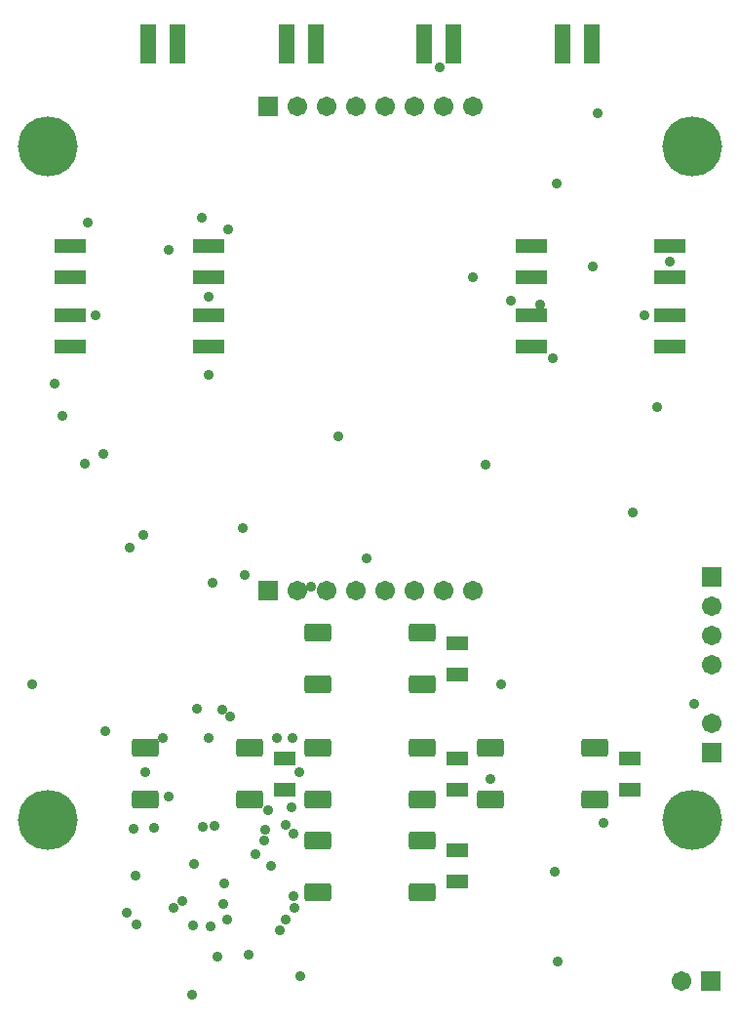
<source format=gts>
G04*
G04 #@! TF.GenerationSoftware,Altium Limited,Altium Designer,20.1.8 (145)*
G04*
G04 Layer_Color=8388736*
%FSLAX25Y25*%
%MOIN*%
G70*
G04*
G04 #@! TF.SameCoordinates,8B47BC37-8199-49A1-8C2A-9A070CC082B9*
G04*
G04*
G04 #@! TF.FilePolarity,Negative*
G04*
G01*
G75*
%ADD18R,0.11036X0.05131*%
%ADD19R,0.07493X0.05131*%
%ADD20R,0.05800X0.13320*%
G04:AMPARAMS|DCode=21|XSize=90.68mil|YSize=62.33mil|CornerRadius=8.07mil|HoleSize=0mil|Usage=FLASHONLY|Rotation=0.000|XOffset=0mil|YOffset=0mil|HoleType=Round|Shape=RoundedRectangle|*
%AMROUNDEDRECTD21*
21,1,0.09068,0.04618,0,0,0.0*
21,1,0.07453,0.06233,0,0,0.0*
1,1,0.01615,0.03726,-0.02309*
1,1,0.01615,-0.03726,-0.02309*
1,1,0.01615,-0.03726,0.02309*
1,1,0.01615,0.03726,0.02309*
%
%ADD21ROUNDEDRECTD21*%
%ADD22C,0.06706*%
%ADD23R,0.06706X0.06706*%
%ADD24R,0.06706X0.06706*%
%ADD25C,0.20485*%
%ADD26C,0.03556*%
D18*
X123874Y427323D02*
D03*
Y416693D02*
D03*
X171118Y427323D02*
D03*
Y416693D02*
D03*
X328598Y427323D02*
D03*
Y416693D02*
D03*
X281354Y427323D02*
D03*
Y416693D02*
D03*
X123874Y440315D02*
D03*
Y450945D02*
D03*
X171118Y440315D02*
D03*
Y450945D02*
D03*
X328598Y440315D02*
D03*
Y450945D02*
D03*
X281354Y440315D02*
D03*
Y450945D02*
D03*
D19*
X255961Y304882D02*
D03*
Y315512D02*
D03*
X315016Y265512D02*
D03*
Y276142D02*
D03*
X255961Y265512D02*
D03*
Y276142D02*
D03*
X196906Y276142D02*
D03*
Y265512D02*
D03*
X255961Y244646D02*
D03*
Y234016D02*
D03*
D20*
X150366Y520189D02*
D03*
X160366D02*
D03*
X207610D02*
D03*
X197610D02*
D03*
X244854D02*
D03*
X254854D02*
D03*
X302098D02*
D03*
X292098D02*
D03*
D21*
X303205Y279646D02*
D03*
Y262008D02*
D03*
X267378Y279646D02*
D03*
Y262008D02*
D03*
X244150Y319016D02*
D03*
Y301378D02*
D03*
X208323Y319016D02*
D03*
Y301378D02*
D03*
X185095Y279646D02*
D03*
Y262008D02*
D03*
X149268Y279646D02*
D03*
Y262008D02*
D03*
X244150Y279646D02*
D03*
Y262008D02*
D03*
X208323Y279646D02*
D03*
Y262008D02*
D03*
X244150Y248150D02*
D03*
Y230512D02*
D03*
X208323Y248150D02*
D03*
Y230512D02*
D03*
D22*
X261236Y333425D02*
D03*
X251236D02*
D03*
X241236D02*
D03*
X231236D02*
D03*
X221236D02*
D03*
X211236D02*
D03*
X201236D02*
D03*
X332579Y200079D02*
D03*
X343000Y308000D02*
D03*
Y318000D02*
D03*
Y328000D02*
D03*
Y288000D02*
D03*
X201236Y498780D02*
D03*
X211236D02*
D03*
X221236D02*
D03*
X231236D02*
D03*
X241236D02*
D03*
X251236D02*
D03*
X261236D02*
D03*
D23*
X191236Y333425D02*
D03*
X342579Y200079D02*
D03*
X191236Y498780D02*
D03*
D24*
X343000Y338000D02*
D03*
Y278000D02*
D03*
D25*
X116000Y255079D02*
D03*
Y485000D02*
D03*
X336472Y255079D02*
D03*
Y485000D02*
D03*
D26*
X190000Y248000D02*
D03*
X186914Y243547D02*
D03*
X190365Y251865D02*
D03*
X191500Y258500D02*
D03*
X135772Y285240D02*
D03*
X194378Y283047D02*
D03*
X215500Y386000D02*
D03*
X290300Y206700D02*
D03*
X202300Y201800D02*
D03*
X165500Y195500D02*
D03*
X176500Y233500D02*
D03*
X199952Y229000D02*
D03*
X197500Y221000D02*
D03*
X192500Y239500D02*
D03*
X195500Y217500D02*
D03*
X200500Y225000D02*
D03*
X267439Y269061D02*
D03*
X157500Y263027D02*
D03*
X152500Y252335D02*
D03*
X146000Y236000D02*
D03*
X149268Y271268D02*
D03*
X289500Y237500D02*
D03*
X171000Y283000D02*
D03*
X166000Y240000D02*
D03*
X162000Y227547D02*
D03*
X169000Y252707D02*
D03*
X173000Y253000D02*
D03*
X197335Y253386D02*
D03*
X200000Y250500D02*
D03*
X199500Y259500D02*
D03*
X178500Y290500D02*
D03*
X155500Y283047D02*
D03*
X199883Y283000D02*
D03*
X271000Y301500D02*
D03*
X159000Y225000D02*
D03*
X165616Y219164D02*
D03*
X171700Y218800D02*
D03*
X167000Y293000D02*
D03*
X225000Y344500D02*
D03*
X145500Y252000D02*
D03*
X171000Y407000D02*
D03*
X176000Y226500D02*
D03*
X172327Y336000D02*
D03*
X143000Y223500D02*
D03*
X146500Y219500D02*
D03*
X202200Y271316D02*
D03*
X175600Y292785D02*
D03*
X184600Y209200D02*
D03*
X148800Y352400D02*
D03*
X134900Y380200D02*
D03*
X182700Y354600D02*
D03*
X336900Y294650D02*
D03*
X118300Y403900D02*
D03*
X157496Y449595D02*
D03*
X249900Y511900D02*
D03*
X302500Y443900D02*
D03*
X183300Y338800D02*
D03*
X121100Y393100D02*
D03*
X174000Y208300D02*
D03*
X110800Y301300D02*
D03*
X177500Y221142D02*
D03*
X303900Y496500D02*
D03*
X274500Y432500D02*
D03*
X168800Y460800D02*
D03*
X206200Y334700D02*
D03*
X316000Y360100D02*
D03*
X265600Y376300D02*
D03*
X128815Y376700D02*
D03*
X177600Y456700D02*
D03*
X144078Y347900D02*
D03*
X129800Y458900D02*
D03*
X132496Y427323D02*
D03*
X171100Y433800D02*
D03*
X284300Y431200D02*
D03*
X319976Y427323D02*
D03*
X324300Y395900D02*
D03*
X328600Y445700D02*
D03*
X289976Y472500D02*
D03*
X288600Y412700D02*
D03*
X306000Y254200D02*
D03*
X261236Y440308D02*
D03*
M02*

</source>
